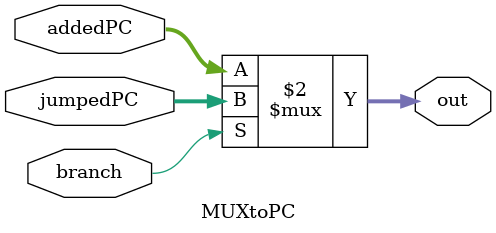
<source format=v>
`timescale 1ns / 1ps
module MUXtoPC(
    input [7:0] addedPC,
    input [7:0] jumpedPC,
    input branch,
    output [7:0] out
    );
	 
	 assign out = (branch == 1'b0) ? addedPC : jumpedPC;

endmodule

</source>
